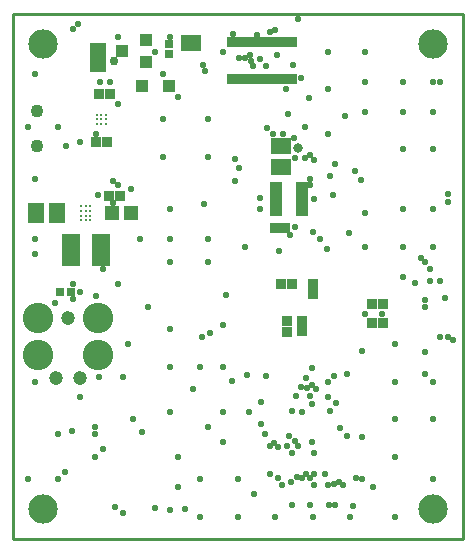
<source format=gbr>
G04 EAGLE Gerber RS-274X export*
G75*
%MOMM*%
%FSLAX34Y34*%
%LPD*%
%INSoldermask Bottom*%
%IPPOS*%
%AMOC8*
5,1,8,0,0,1.08239X$1,22.5*%
G01*
%ADD10C,2.489200*%
%ADD11R,1.653200X1.353200*%
%ADD12R,0.823200X0.823200*%
%ADD13R,1.153200X1.203200*%
%ADD14R,1.353200X1.653200*%
%ADD15C,1.193800*%
%ADD16C,2.578100*%
%ADD17R,0.838200X1.473200*%
%ADD18R,0.228600X0.774700*%
%ADD19R,5.943600X0.812800*%
%ADD20R,1.511300X2.743200*%
%ADD21R,1.103200X1.000659*%
%ADD22R,0.703200X0.703200*%
%ADD23C,1.103200*%
%ADD24C,0.304800*%
%ADD25C,0.292100*%
%ADD26R,1.003200X1.103200*%
%ADD27R,1.473200X0.838200*%
%ADD28C,0.803200*%
%ADD29R,1.016000X2.870200*%
%ADD30C,0.558800*%
%ADD31C,0.756400*%
%ADD32C,0.254000*%


D10*
X25400Y25400D03*
X355600Y25400D03*
X355600Y419100D03*
X25400Y419100D03*
D11*
X227330Y315358D03*
X227330Y333358D03*
D12*
X236148Y216154D03*
X227148Y216154D03*
X230560Y263398D03*
X221560Y263398D03*
X81970Y376682D03*
X72970Y376682D03*
X79430Y336550D03*
X70430Y336550D03*
X304364Y183388D03*
X313364Y183388D03*
X304364Y198882D03*
X313364Y198882D03*
X232410Y184586D03*
X232410Y175586D03*
X254000Y207336D03*
X254000Y216336D03*
X244856Y185094D03*
X244856Y176094D03*
X81352Y290830D03*
X90352Y290830D03*
D13*
X83948Y276098D03*
X99948Y276098D03*
D14*
X37702Y275844D03*
X19702Y275844D03*
D15*
X46736Y187706D03*
X56886Y136906D03*
X36586Y136906D03*
D16*
X72136Y187706D03*
X72136Y155956D03*
X21336Y155956D03*
X21336Y187706D03*
D17*
X146812Y420116D03*
X154940Y420116D03*
D18*
X210820Y420434D03*
X206820Y420434D03*
X202820Y420434D03*
X198820Y420434D03*
X194820Y420434D03*
X190820Y420434D03*
X186820Y420434D03*
X182820Y420434D03*
X238820Y420434D03*
X234820Y420434D03*
X230820Y420434D03*
X226820Y420434D03*
X222820Y420434D03*
X218820Y420434D03*
X214820Y420434D03*
X210820Y389827D03*
X206820Y389827D03*
X202820Y389827D03*
X198820Y389827D03*
X194820Y389827D03*
X190820Y389827D03*
X186820Y389827D03*
X182820Y389827D03*
X238820Y389827D03*
X234820Y389827D03*
X230820Y389827D03*
X226820Y389827D03*
X222820Y389827D03*
X218820Y389827D03*
X214820Y389827D03*
D19*
X210820Y420624D03*
X210820Y389636D03*
D20*
X74295Y245110D03*
X49149Y245110D03*
D21*
X112616Y423012D03*
X92616Y413512D03*
X112616Y404012D03*
D22*
X132334Y419536D03*
X132334Y410536D03*
X49204Y209296D03*
X40204Y209296D03*
D23*
X20320Y332980D03*
X20320Y362980D03*
D24*
X65722Y270098D03*
X65722Y274098D03*
X65722Y278098D03*
X65722Y282098D03*
X61722Y270098D03*
X61722Y274098D03*
X61722Y278098D03*
X61722Y282098D03*
X57722Y270098D03*
X57722Y274098D03*
X57722Y278098D03*
X57722Y282098D03*
D25*
X74930Y355600D03*
X78930Y351600D03*
X78930Y355600D03*
X74930Y351600D03*
X78930Y359600D03*
X70930Y351600D03*
X70930Y359600D03*
X74930Y359600D03*
X70930Y355600D03*
D26*
X109150Y383794D03*
X132150Y383794D03*
D27*
X72390Y399796D03*
X72390Y407924D03*
X72390Y416052D03*
D28*
X241808Y330962D03*
D29*
X244934Y287782D03*
X222934Y287782D03*
D30*
X133350Y25146D03*
X109728Y91186D03*
X88900Y368300D03*
X70430Y342900D03*
X228600Y342900D03*
X204470Y38100D03*
X209550Y279400D03*
X161544Y283464D03*
X271145Y291846D03*
X312166Y190754D03*
X330200Y222250D03*
X294386Y304038D03*
X298450Y276606D03*
X186690Y427990D03*
X133350Y425450D03*
X76200Y228600D03*
X44450Y57150D03*
X99629Y296733D03*
X72136Y291592D03*
X84836Y284480D03*
X349250Y158750D03*
X353568Y218948D03*
X133350Y254000D03*
X165100Y254000D03*
X133350Y234950D03*
X165100Y234950D03*
X133350Y177800D03*
X133350Y146050D03*
X133350Y107950D03*
X152400Y127000D03*
X72644Y137160D03*
X70104Y206248D03*
X19050Y254000D03*
X133350Y279400D03*
X19050Y304800D03*
X12700Y349250D03*
X19050Y393700D03*
X88900Y425450D03*
X120650Y412750D03*
X127000Y393700D03*
X127000Y355600D03*
X127000Y323850D03*
X165100Y323850D03*
X165100Y355600D03*
X177800Y412750D03*
X266700Y412750D03*
X298450Y412750D03*
X298450Y387350D03*
X298450Y361950D03*
X330200Y387350D03*
X330200Y361950D03*
X355600Y361950D03*
X355600Y330200D03*
X330200Y330200D03*
X330200Y279400D03*
X355600Y279400D03*
X330200Y247650D03*
X355600Y247650D03*
X298450Y247650D03*
X260350Y254000D03*
X254000Y260350D03*
X214376Y138176D03*
X198120Y138684D03*
X266700Y133350D03*
X248412Y136652D03*
X323850Y101600D03*
X323850Y69850D03*
X323850Y133350D03*
X323850Y165100D03*
X355600Y133350D03*
X355600Y101600D03*
X355600Y50800D03*
X323850Y19050D03*
X285750Y19050D03*
X254000Y19050D03*
X222250Y19050D03*
X190500Y19050D03*
X158750Y19050D03*
X158750Y50800D03*
X190500Y50800D03*
X304800Y44450D03*
X227584Y46228D03*
X251968Y28956D03*
X139700Y44450D03*
X139700Y69850D03*
X69850Y69850D03*
X69850Y88900D03*
X38100Y88900D03*
X38100Y50800D03*
X12700Y50800D03*
X19050Y133350D03*
X57150Y120650D03*
X19050Y241300D03*
X107950Y254000D03*
X114300Y196850D03*
X200152Y107696D03*
X266700Y120650D03*
X361950Y171450D03*
X165100Y95250D03*
X177800Y107950D03*
X177800Y82550D03*
X266700Y342900D03*
X266700Y381000D03*
X196850Y247650D03*
X209550Y406400D03*
X239014Y322421D03*
X234950Y257810D03*
X239014Y264668D03*
X160020Y170942D03*
X241300Y440182D03*
X243840Y390144D03*
X69850Y95250D03*
X76200Y76200D03*
X236728Y72644D03*
X50800Y203200D03*
X218122Y429208D03*
X50546Y431800D03*
X57150Y209296D03*
X55372Y435864D03*
X222250Y431546D03*
X220296Y343232D03*
X355600Y387350D03*
X201422Y405130D03*
X361950Y387350D03*
X215138Y348234D03*
X214630Y400558D03*
X272542Y28956D03*
X244856Y107950D03*
X244856Y52070D03*
X290576Y51816D03*
X283210Y139954D03*
X273304Y115570D03*
X275844Y48768D03*
X220980Y81788D03*
X236474Y28956D03*
X224282Y78486D03*
X224282Y52070D03*
X210312Y116332D03*
X210312Y97536D03*
X255270Y46228D03*
X248920Y128270D03*
X268224Y108966D03*
X271526Y46482D03*
X368300Y171450D03*
X84836Y303276D03*
X209550Y289052D03*
X368300Y285496D03*
X361950Y218948D03*
X349250Y202597D03*
X372252Y168936D03*
X368300Y292100D03*
X251792Y299596D03*
X88900Y300280D03*
X295910Y51308D03*
X254762Y55372D03*
X266446Y46228D03*
X257048Y127000D03*
X251460Y52070D03*
X235966Y108966D03*
X240284Y52324D03*
X235458Y48768D03*
X253492Y144780D03*
X253492Y130810D03*
X248158Y55372D03*
X276606Y93980D03*
X283210Y87376D03*
X267716Y28956D03*
X279908Y46228D03*
X233172Y359664D03*
X266192Y246126D03*
X284734Y259588D03*
X268478Y307848D03*
X250698Y373634D03*
X247142Y322834D03*
X247142Y348742D03*
X255270Y288036D03*
X255270Y320802D03*
X230886Y381000D03*
X280924Y358394D03*
X237490Y401828D03*
X185674Y133858D03*
X231902Y78994D03*
X213614Y89408D03*
X241554Y78994D03*
X239268Y83312D03*
X217424Y78740D03*
X217424Y55372D03*
X234188Y87630D03*
X243586Y128778D03*
X251460Y120904D03*
X255016Y72644D03*
X252984Y114554D03*
X252984Y82296D03*
X295910Y159512D03*
X295910Y86868D03*
X271526Y137922D03*
X264414Y55372D03*
X239776Y120904D03*
X340360Y216916D03*
X288036Y28448D03*
X345948Y238252D03*
X353060Y228600D03*
X349250Y139700D03*
X349250Y234950D03*
X225298Y244348D03*
X191770Y313944D03*
X191770Y407670D03*
X188468Y303022D03*
X196342Y407670D03*
X289560Y311404D03*
X223774Y409702D03*
X206502Y426974D03*
X188468Y322072D03*
X201168Y409702D03*
X44704Y332740D03*
X82550Y387350D03*
X160782Y401833D03*
X73914Y387350D03*
X88900Y215900D03*
X57150Y336550D03*
X203708Y400558D03*
X177546Y145796D03*
X158750Y145796D03*
X101346Y101854D03*
X93218Y137668D03*
X146050Y25400D03*
X97790Y165100D03*
D31*
X85598Y404622D03*
D30*
X163071Y396248D03*
X251460Y325120D03*
X251460Y304800D03*
X237998Y339852D03*
X273050Y317500D03*
X180848Y207010D03*
X86614Y27178D03*
X93218Y22352D03*
X177546Y181356D03*
X120650Y26670D03*
X166878Y175006D03*
X38100Y349250D03*
X139700Y374650D03*
X298014Y190500D03*
X50292Y91948D03*
X36068Y200152D03*
X50800Y215900D03*
X349250Y196850D03*
X366268Y204216D03*
D32*
X0Y0D02*
X381000Y0D01*
X381000Y444500D01*
X0Y444500D01*
X0Y0D01*
M02*

</source>
